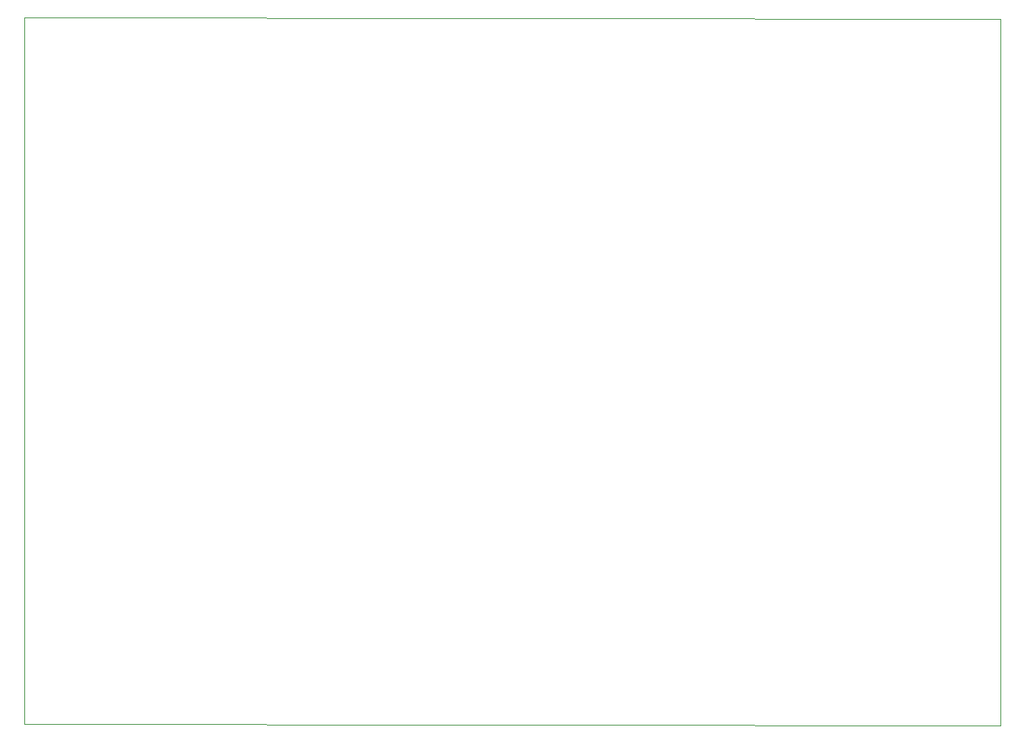
<source format=gbo>
G75*
%MOIN*%
%OFA0B0*%
%FSLAX25Y25*%
%IPPOS*%
%LPD*%
%AMOC8*
5,1,8,0,0,1.08239X$1,22.5*
%
%ADD10C,0.00000*%
D10*
X0001000Y0001591D02*
X0001000Y0311551D01*
X0428815Y0310961D01*
X0428815Y0001000D01*
X0001000Y0001591D01*
M02*

</source>
